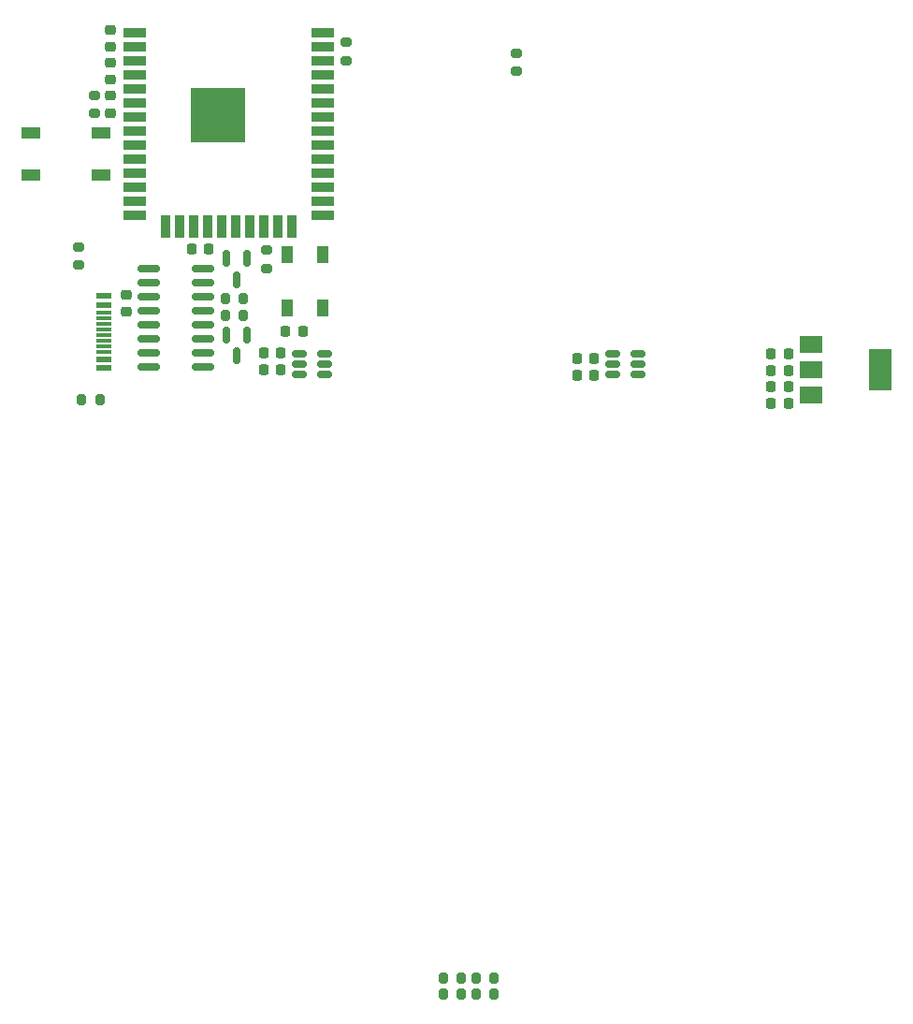
<source format=gbr>
%TF.GenerationSoftware,KiCad,Pcbnew,(6.0.7)*%
%TF.CreationDate,2022-09-24T23:46:27+02:00*%
%TF.ProjectId,airstream_controller,61697273-7472-4656-916d-5f636f6e7472,rev?*%
%TF.SameCoordinates,Original*%
%TF.FileFunction,Paste,Top*%
%TF.FilePolarity,Positive*%
%FSLAX46Y46*%
G04 Gerber Fmt 4.6, Leading zero omitted, Abs format (unit mm)*
G04 Created by KiCad (PCBNEW (6.0.7)) date 2022-09-24 23:46:27*
%MOMM*%
%LPD*%
G01*
G04 APERTURE LIST*
G04 Aperture macros list*
%AMRoundRect*
0 Rectangle with rounded corners*
0 $1 Rounding radius*
0 $2 $3 $4 $5 $6 $7 $8 $9 X,Y pos of 4 corners*
0 Add a 4 corners polygon primitive as box body*
4,1,4,$2,$3,$4,$5,$6,$7,$8,$9,$2,$3,0*
0 Add four circle primitives for the rounded corners*
1,1,$1+$1,$2,$3*
1,1,$1+$1,$4,$5*
1,1,$1+$1,$6,$7*
1,1,$1+$1,$8,$9*
0 Add four rect primitives between the rounded corners*
20,1,$1+$1,$2,$3,$4,$5,0*
20,1,$1+$1,$4,$5,$6,$7,0*
20,1,$1+$1,$6,$7,$8,$9,0*
20,1,$1+$1,$8,$9,$2,$3,0*%
G04 Aperture macros list end*
%ADD10R,2.000000X0.900000*%
%ADD11R,0.900000X2.000000*%
%ADD12R,5.000000X5.000000*%
%ADD13RoundRect,0.225000X-0.250000X0.225000X-0.250000X-0.225000X0.250000X-0.225000X0.250000X0.225000X0*%
%ADD14RoundRect,0.225000X0.225000X0.250000X-0.225000X0.250000X-0.225000X-0.250000X0.225000X-0.250000X0*%
%ADD15RoundRect,0.225000X-0.225000X-0.250000X0.225000X-0.250000X0.225000X0.250000X-0.225000X0.250000X0*%
%ADD16RoundRect,0.150000X0.512500X0.150000X-0.512500X0.150000X-0.512500X-0.150000X0.512500X-0.150000X0*%
%ADD17R,1.450000X0.600000*%
%ADD18R,1.450000X0.300000*%
%ADD19RoundRect,0.200000X0.200000X0.275000X-0.200000X0.275000X-0.200000X-0.275000X0.200000X-0.275000X0*%
%ADD20R,2.000000X1.500000*%
%ADD21R,2.000000X3.800000*%
%ADD22R,1.700000X1.000000*%
%ADD23RoundRect,0.200000X-0.275000X0.200000X-0.275000X-0.200000X0.275000X-0.200000X0.275000X0.200000X0*%
%ADD24RoundRect,0.200000X-0.200000X-0.275000X0.200000X-0.275000X0.200000X0.275000X-0.200000X0.275000X0*%
%ADD25R,1.000000X1.500000*%
%ADD26RoundRect,0.150000X-0.150000X0.587500X-0.150000X-0.587500X0.150000X-0.587500X0.150000X0.587500X0*%
%ADD27RoundRect,0.200000X0.275000X-0.200000X0.275000X0.200000X-0.275000X0.200000X-0.275000X-0.200000X0*%
%ADD28RoundRect,0.225000X0.250000X-0.225000X0.250000X0.225000X-0.250000X0.225000X-0.250000X-0.225000X0*%
%ADD29RoundRect,0.150000X-0.825000X-0.150000X0.825000X-0.150000X0.825000X0.150000X-0.825000X0.150000X0*%
G04 APERTURE END LIST*
D10*
%TO.C,U1*%
X31100000Y-21495000D03*
X31100000Y-22765000D03*
X31100000Y-24035000D03*
X31100000Y-25305000D03*
X31100000Y-26575000D03*
X31100000Y-27845000D03*
X31100000Y-29115000D03*
X31100000Y-30385000D03*
X31100000Y-31655000D03*
X31100000Y-32925000D03*
X31100000Y-34195000D03*
X31100000Y-35465000D03*
X31100000Y-36735000D03*
X31100000Y-38005000D03*
D11*
X33885000Y-39005000D03*
X35155000Y-39005000D03*
X36425000Y-39005000D03*
X37695000Y-39005000D03*
X38965000Y-39005000D03*
X40235000Y-39005000D03*
X41505000Y-39005000D03*
X42775000Y-39005000D03*
X44045000Y-39005000D03*
X45315000Y-39005000D03*
D10*
X48100000Y-38005000D03*
X48100000Y-36735000D03*
X48100000Y-35465000D03*
X48100000Y-34195000D03*
X48100000Y-32925000D03*
X48100000Y-31655000D03*
X48100000Y-30385000D03*
X48100000Y-29115000D03*
X48100000Y-27845000D03*
X48100000Y-26575000D03*
X48100000Y-25305000D03*
X48100000Y-24035000D03*
X48100000Y-22765000D03*
X48100000Y-21495000D03*
D12*
X38600000Y-28995000D03*
%TD*%
D13*
%TO.C,C2*%
X28900000Y-27225000D03*
X28900000Y-28775000D03*
%TD*%
D14*
%TO.C,C4*%
X90225000Y-55050000D03*
X88675000Y-55050000D03*
%TD*%
D15*
%TO.C,C6*%
X44725000Y-48500000D03*
X46275000Y-48500000D03*
%TD*%
D16*
%TO.C,U6*%
X76637500Y-52450000D03*
X76637500Y-51500000D03*
X76637500Y-50550000D03*
X74362500Y-50550000D03*
X74362500Y-51500000D03*
X74362500Y-52450000D03*
%TD*%
D14*
%TO.C,C11*%
X44275000Y-52000000D03*
X42725000Y-52000000D03*
%TD*%
%TO.C,C8*%
X37775000Y-41100000D03*
X36225000Y-41100000D03*
%TD*%
D17*
%TO.C,J1*%
X28245000Y-45350000D03*
X28245000Y-46150000D03*
D18*
X28245000Y-47350000D03*
X28245000Y-48350000D03*
X28245000Y-48850000D03*
X28245000Y-49850000D03*
D17*
X28245000Y-51050000D03*
X28245000Y-51850000D03*
X28245000Y-51850000D03*
X28245000Y-51050000D03*
D18*
X28245000Y-50350000D03*
X28245000Y-49350000D03*
X28245000Y-47850000D03*
X28245000Y-46850000D03*
D17*
X28245000Y-46150000D03*
X28245000Y-45350000D03*
%TD*%
D14*
%TO.C,C9*%
X90225000Y-53550000D03*
X88675000Y-53550000D03*
%TD*%
D16*
%TO.C,U5*%
X48237500Y-52450000D03*
X48237500Y-51500000D03*
X48237500Y-50550000D03*
X45962500Y-50550000D03*
X45962500Y-51500000D03*
X45962500Y-52450000D03*
%TD*%
D19*
%TO.C,R12*%
X60625000Y-108500000D03*
X58975000Y-108500000D03*
%TD*%
%TO.C,R4*%
X40925000Y-45600000D03*
X39275000Y-45600000D03*
%TD*%
D20*
%TO.C,U3*%
X92250000Y-49700000D03*
D21*
X98550000Y-52000000D03*
D20*
X92250000Y-52000000D03*
X92250000Y-54300000D03*
%TD*%
D22*
%TO.C,SW1*%
X28000000Y-30600000D03*
X21700000Y-30600000D03*
X21700000Y-34400000D03*
X28000000Y-34400000D03*
%TD*%
D23*
%TO.C,R6*%
X50200000Y-22375000D03*
X50200000Y-24025000D03*
%TD*%
D24*
%TO.C,R9*%
X61975000Y-107000000D03*
X63625000Y-107000000D03*
%TD*%
D25*
%TO.C,D1*%
X44900000Y-46450000D03*
X48100000Y-46450000D03*
X48100000Y-41550000D03*
X44900000Y-41550000D03*
%TD*%
D23*
%TO.C,R2*%
X26000000Y-40875000D03*
X26000000Y-42525000D03*
%TD*%
D13*
%TO.C,C3*%
X28900000Y-21225000D03*
X28900000Y-22775000D03*
%TD*%
D14*
%TO.C,C10*%
X90225000Y-50550000D03*
X88675000Y-50550000D03*
%TD*%
D26*
%TO.C,Q2*%
X41250000Y-41962500D03*
X39350000Y-41962500D03*
X40300000Y-43837500D03*
%TD*%
D27*
%TO.C,R7*%
X43000000Y-42825000D03*
X43000000Y-41175000D03*
%TD*%
D14*
%TO.C,C14*%
X72675000Y-52500000D03*
X71125000Y-52500000D03*
%TD*%
D26*
%TO.C,Q1*%
X41250000Y-48862500D03*
X39350000Y-48862500D03*
X40300000Y-50737500D03*
%TD*%
D14*
%TO.C,C13*%
X44275000Y-50500000D03*
X42725000Y-50500000D03*
%TD*%
%TO.C,C12*%
X72675000Y-51000000D03*
X71125000Y-51000000D03*
%TD*%
D28*
%TO.C,C7*%
X30300000Y-46775000D03*
X30300000Y-45225000D03*
%TD*%
D19*
%TO.C,R10*%
X60625000Y-107000000D03*
X58975000Y-107000000D03*
%TD*%
D29*
%TO.C,U2*%
X32325000Y-42855000D03*
X32325000Y-44125000D03*
X32325000Y-45395000D03*
X32325000Y-46665000D03*
X32325000Y-47935000D03*
X32325000Y-49205000D03*
X32325000Y-50475000D03*
X32325000Y-51745000D03*
X37275000Y-51745000D03*
X37275000Y-50475000D03*
X37275000Y-49205000D03*
X37275000Y-47935000D03*
X37275000Y-46665000D03*
X37275000Y-45395000D03*
X37275000Y-44125000D03*
X37275000Y-42855000D03*
%TD*%
D19*
%TO.C,R3*%
X27925000Y-54700000D03*
X26275000Y-54700000D03*
%TD*%
D24*
%TO.C,R11*%
X61975000Y-108500000D03*
X63625000Y-108500000D03*
%TD*%
D23*
%TO.C,R8*%
X65600000Y-23375000D03*
X65600000Y-25025000D03*
%TD*%
D19*
%TO.C,R5*%
X40925000Y-47100000D03*
X39275000Y-47100000D03*
%TD*%
D27*
%TO.C,R1*%
X27400000Y-28825000D03*
X27400000Y-27175000D03*
%TD*%
D14*
%TO.C,C5*%
X90225000Y-52050000D03*
X88675000Y-52050000D03*
%TD*%
D13*
%TO.C,C1*%
X28900000Y-24225000D03*
X28900000Y-25775000D03*
%TD*%
M02*

</source>
